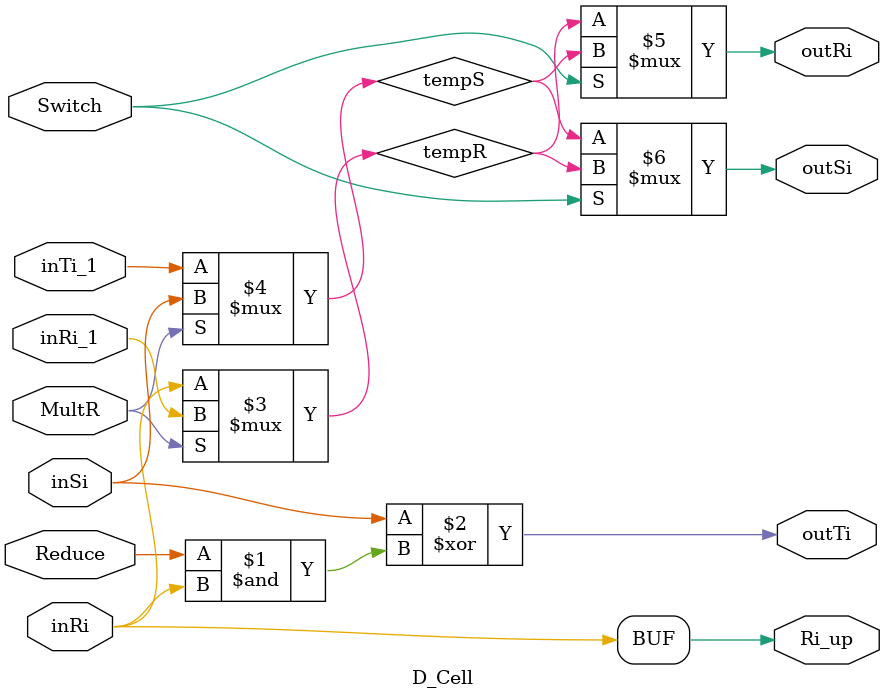
<source format=v>
`timescale 1ns / 1ps

// This is the basic inversion cell as given in the paper. 
// It operates only on R and S where the goal is to calculate the inverse of R
// using the algorithm which calculates gcd(R,S) and the fact that the gcd is 1 
// when S is the irreducible polynomial that generates the field in question

// Each Ri represents 1 bit in R and the DCell works at the bit level
module D_Cell(
    input inRi,
    input inRi_1, // stands for R_(i-1)
    input inSi,
    input inTi_1, // stands for T_(i-1)
    input Switch, Reduce, MultR,
    output outRi, outTi, outSi, Ri_up
    );
    // This assists when performing x.R because we need to just shift each bit up
    // The corresponding control signal is MultR
    assign Ri_up = inRi; 
    
    // This statement is used to perform the xS operation and x.(S-R) operations 
    // The Reduce control signal takes care of the reduction when rm=sm=1
    // If sm is not 1, then that means reduction is not applied, and outTi simply 
    // assists in shifting the bits left, which can be used in the switch 
    // when delta=0 as well
    assign outTi = inSi ^ (Reduce & inRi);
    wire tempR, tempS;
    // These are simply wires which determine the possible next values of Ri and Si
    // which will be decided depending on the Switch control signal
    assign tempR = MultR ? inRi_1 : inRi;
    assign tempS = MultR ? inSi : inTi_1;
    assign outRi = Switch ? tempS : tempR;
    assign outSi = Switch ? tempR : tempS;
endmodule
</source>
